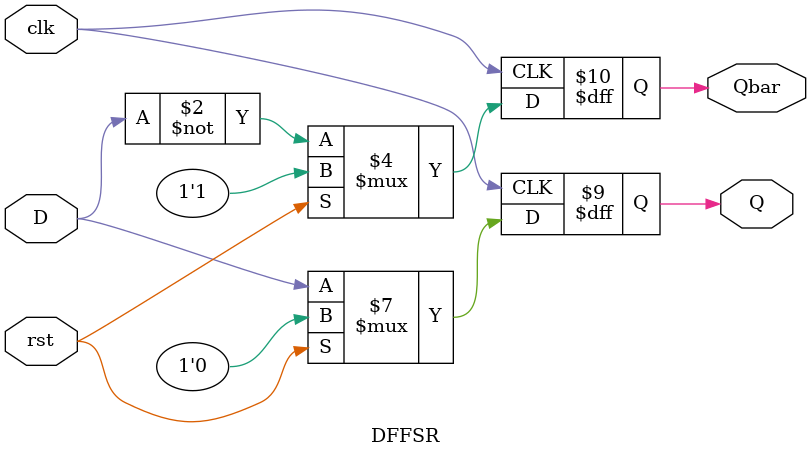
<source format=v>
module DFFSR(input D, input clk, input rst, output reg Q, output reg Qbar);
	always@(posedge clk)
		if(rst) begin
			Q <= 0;
			Qbar <= 1;
		end
		else begin
			Q <= D;
			Qbar <= ~D;
		end
endmodule

</source>
